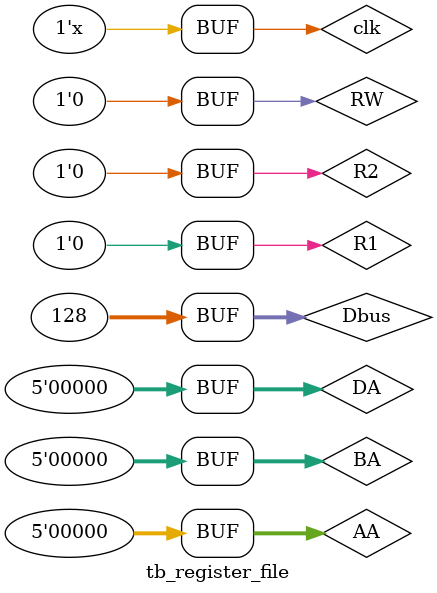
<source format=v>
`timescale 1ns / 1ps

module tb_register_file;

`include "RISC_header.vh"

reg clk;
reg [0:4] AA;
reg [0:4] BA;
reg [0:4] DA;
reg [0:31] Dbus;
reg RW;
    
wire [0:31] Aout;
wire [0:31] Bout;

register_file UUT(clk, AA, BA, DA, Dbus, RW, Aout, Bout);

initial {clk, AA, BA, DA, Dbus, RW} = 0;

always #5 clk = ~clk;

initial
begin

    #10
    DA = R1;
    Dbus = 64;
    
    #10
    RW = 1;
    
    #10
    RW = 0;
    
    #10
    DA = R2;
    Dbus = 128;
    
    #10
    RW = 1;
    
    #10
    RW = 0;
    
    #10
    AA = R1;
    BA = R2;
    
end

endmodule

</source>
